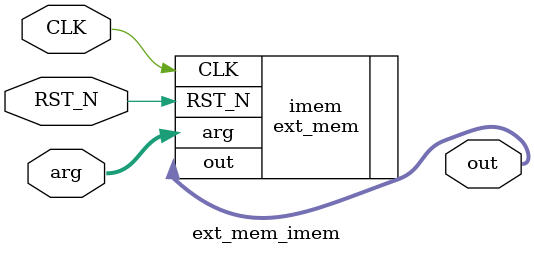
<source format=v>
module ext_mem_imem(input CLK, input RST_N, input[69:0] arg, output[69:0] out);
   ext_mem imem(.CLK, .RST_N, .arg, .out);
endmodule

</source>
